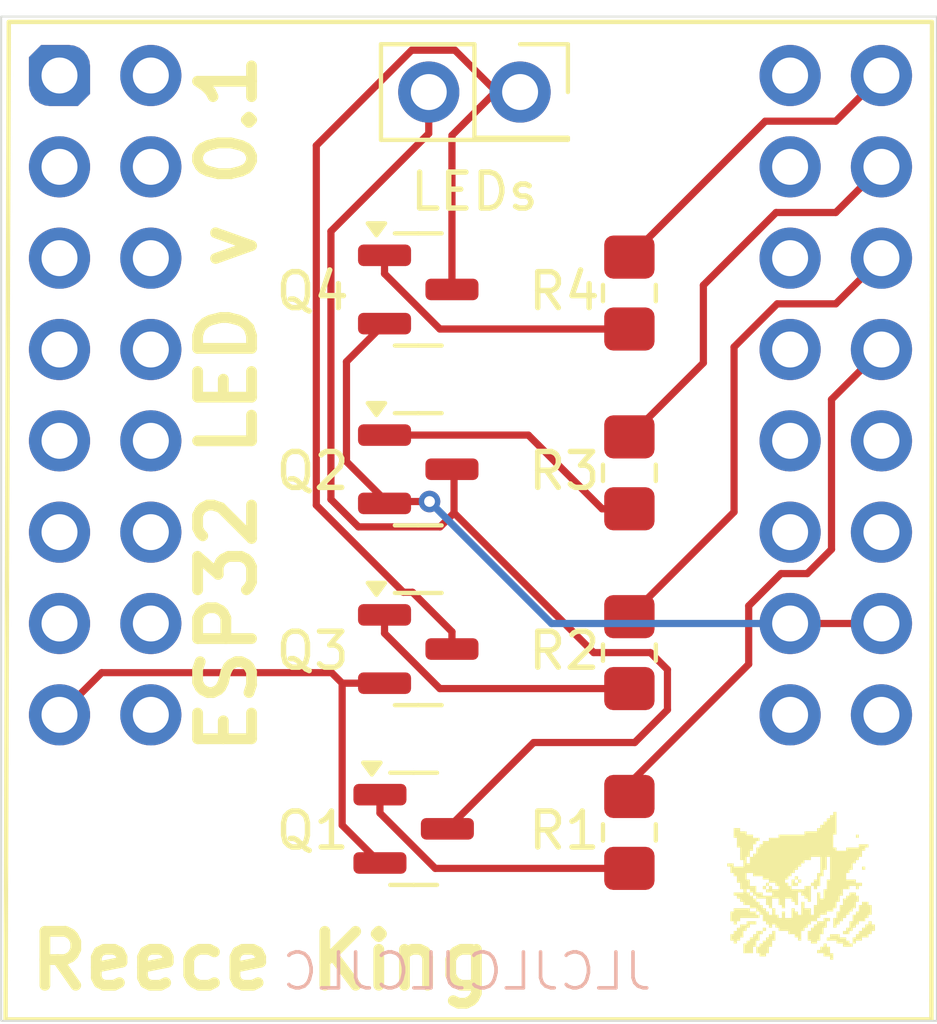
<source format=kicad_pcb>
(kicad_pcb (version 20240108) (generator "pcbnew") (generator_version "8.0")
  (layers (0 "F.Cu" signal) (31 "B.Cu" signal) (34 "B.Paste" user) (35 "F.Paste" user) (36 "B.SilkS" user "B.Silkscreen") (37 "F.SilkS" user "F.Silkscreen") (38 "B.Mask" user) (39 "F.Mask" user) (44 "Edge.Cuts" user))
  (net 0 "")
  (net 1 "Net-(J1-Pin_1)")
  (net 2 "Net-(J1-Pin_2)")
  (net 3 "Net-(Q1-E)")
  (net 4 "Net-(Q1-B)")
  (net 5 "Net-(Q2-B)")
  (net 6 "Net-(Q3-B)")
  (net 7 "Net-(Q4-B)")
  (net 8 "Net-(U1-GPIO33)")
  (net 9 "Net-(U1-GPIO35)")
  (net 10 "Net-(U1-GPIO37)")
  (net 11 "Net-(U1-GPIO39)")
  (net 37 "Net-(Q2-E)")
  (footprint "Resistor_SMD:R_0805_2012Metric_Pad1.20x1.40mm_HandSolder" (layer "F.Cu") (at 107.81 70.55 90)
    (property "Reference" "R4" (at 0.05 -1.81 180) (layer "F.SilkS"))
    (property "Value" "1k" (hide yes))
    (fp_line (start -0.227064 -0.735) (end 0.227064 -0.735) (stroke (width 0.12)) (layer "F.SilkS"))
    (fp_line (start -0.227064 0.735) (end 0.227064 0.735) (stroke (width 0.12)) (layer "F.SilkS"))
    (pad "1" smd roundrect (at -1 0 90) (size 1.2 1.4) (layers "F.Cu" "F.Paste" "F.Mask") (roundrect_rratio 0.208333) (net 7 "Net-(Q4-B)"))
    (pad "2" smd roundrect (at 1 0 90) (size 1.2 1.4) (layers "F.Cu" "F.Paste" "F.Mask") (roundrect_rratio 0.208333) (net 11 "Net-(U1-GPIO39)"))
  )
  (footprint "Resistor_SMD:R_0805_2012Metric_Pad1.20x1.40mm_HandSolder" (layer "F.Cu") (at 107.81 80.55 90)
    (property "Reference" "R2" (at 0.05 -1.81 0) (layer "F.SilkS"))
    (property "Value" "1k" (hide yes))
    (fp_line (start -0.227064 -0.735) (end 0.227064 -0.735) (stroke (width 0.12)) (layer "F.SilkS"))
    (fp_line (start -0.227064 0.735) (end 0.227064 0.735) (stroke (width 0.12)) (layer "F.SilkS"))
    (pad "1" smd roundrect (at -1 0 90) (size 1.2 1.4) (layers "F.Cu" "F.Paste" "F.Mask") (roundrect_rratio 0.208333) (net 6 "Net-(Q3-B)"))
    (pad "2" smd roundrect (at 1 0 90) (size 1.2 1.4) (layers "F.Cu" "F.Paste" "F.Mask") (roundrect_rratio 0.208333) (net 9 "Net-(U1-GPIO35)"))
  )
  (footprint "esp32_led:haunter" (layer "F.Cu") (at 112.5 87)
    (property "Reference" " " (hide yes))
    (property "Value" " " (hide yes))
    (fp_poly (pts (xy 1.69 -1.345) (xy 1.69 -1.3) (xy 1.65 -1.3) (xy 1.61 -1.3) (xy 1.61 -1.345) (xy 1.61 -1.39) (xy 1.65 -1.39) (xy 1.69 -1.39)) (fill solid) (layer "F.SilkS"))
    (fp_poly (pts (xy 1.87 -0.455) (xy 1.87 -0.41) (xy 1.825 -0.41) (xy 1.78 -0.41) (xy 1.78 -0.455) (xy 1.78 -0.5) (xy 1.825 -0.5) (xy 1.87 -0.5)) (fill solid) (layer "F.SilkS"))
    (fp_poly (pts (xy -0.81 -0.005) (xy -0.81 0.04) (xy -0.85 0.04) (xy -0.89 0.04) (xy -0.89 0.085) (xy -0.89 0.13) (xy -0.935 0.13) (xy -0.98 0.13) (xy -0.98 0.085) (xy -0.98 0.04) (xy -0.935 0.04) (xy -0.89 0.04) (xy -0.89 -0.005) (xy -0.89 -0.05) (xy -0.85 -0.05) (xy -0.81 -0.05)) (fill solid) (layer "F.SilkS"))
    (fp_poly (pts (xy 0 -0.185) (xy 0 -0.14) (xy -0.045 -0.14) (xy -0.09 -0.14) (xy -0.09 -0.095) (xy -0.09 -0.05) (xy -0.045 -0.05) (xy 0 -0.05) (xy 0 -0.095) (xy 0 -0.14) (xy 0.045 -0.14) (xy 0.09 -0.14) (xy 0.09 -0.095) (xy 0.09 -0.05) (xy 0.045 -0.05) (xy 0 -0.05) (xy 0 -0.005) (xy 0 0.04) (xy -0.09 0.04) (xy -0.18 0.04) (xy -0.18 -0.05) (xy -0.18 -0.14) (xy -0.135 -0.14) (xy -0.09 -0.14) (xy -0.09 -0.185) (xy -0.09 -0.23) (xy -0.045 -0.23) (xy 0 -0.23)) (fill solid) (layer "F.SilkS"))
    (fp_poly (pts (xy 0.8 1.685) (xy 0.8 1.73) (xy 0.845 1.73) (xy 0.89 1.73) (xy 0.89 1.82) (xy 0.89 1.91) (xy 0.935 1.91) (xy 0.98 1.91) (xy 0.98 2) (xy 0.98 2.09) (xy 0.935 2.09) (xy 0.89 2.09) (xy 0.89 2.045) (xy 0.89 2) (xy 0.8 2) (xy 0.71 2) (xy 0.71 1.955) (xy 0.71 1.91) (xy 0.62 1.91) (xy 0.53 1.91) (xy 0.53 1.865) (xy 0.53 1.82) (xy 0.575 1.82) (xy 0.62 1.82) (xy 0.62 1.775) (xy 0.62 1.73) (xy 0.665 1.73) (xy 0.71 1.73) (xy 0.71 1.685) (xy 0.71 1.64) (xy 0.755 1.64) (xy 0.8 1.64)) (fill solid) (layer "F.SilkS"))
    (fp_poly (pts (xy -1.16 1.065) (xy -1.16 1.11) (xy -1.25 1.11) (xy -1.34 1.11) (xy -1.34 1.155) (xy -1.34 1.2) (xy -1.385 1.2) (xy -1.43 1.2) (xy -1.43 1.245) (xy -1.43 1.29) (xy -1.475 1.29) (xy -1.52 1.29) (xy -1.52 1.38) (xy -1.52 1.47) (xy -1.565 1.47) (xy -1.61 1.47) (xy -1.61 1.515) (xy -1.61 1.56) (xy -1.655 1.56) (xy -1.7 1.56) (xy -1.7 1.6) (xy -1.7 1.64) (xy -1.745 1.64) (xy -1.79 1.64) (xy -1.79 1.6) (xy -1.79 1.56) (xy -1.835 1.56) (xy -1.88 1.56) (xy -1.88 1.47) (xy -1.88 1.38) (xy -1.835 1.38) (xy -1.79 1.38) (xy -1.79 1.335) (xy -1.79 1.29) (xy -1.745 1.29) (xy -1.7 1.29) (xy -1.7 1.245) (xy -1.7 1.2) (xy -1.655 1.2) (xy -1.61 1.2) (xy -1.61 1.155) (xy -1.61 1.11) (xy -1.52 1.11) (xy -1.43 1.11) (xy -1.43 1.065) (xy -1.43 1.02) (xy -1.295 1.02) (xy -1.16 1.02)) (fill solid) (layer "F.SilkS"))
    (fp_poly (pts (xy 1.61 0.265) (xy 1.61 0.31) (xy 1.65 0.31) (xy 1.69 0.31) (xy 1.69 0.395) (xy 1.69 0.48) (xy 1.65 0.48) (xy 1.61 0.48) (xy 1.61 0.57) (xy 1.61 0.66) (xy 1.565 0.66) (xy 1.52 0.66) (xy 1.52 0.705) (xy 1.52 0.75) (xy 1.475 0.75) (xy 1.43 0.75) (xy 1.43 0.795) (xy 1.43 0.84) (xy 1.385 0.84) (xy 1.34 0.84) (xy 1.34 0.885) (xy 1.34 0.93) (xy 1.295 0.93) (xy 1.25 0.93) (xy 1.25 0.975) (xy 1.25 1.02) (xy 1.205 1.02) (xy 1.16 1.02) (xy 1.16 1.065) (xy 1.16 1.11) (xy 1.115 1.11) (xy 1.07 1.11) (xy 1.07 1.155) (xy 1.07 1.2) (xy 1.025 1.2) (xy 0.98 1.2) (xy 0.98 1.065) (xy 0.98 0.93) (xy 1.025 0.93) (xy 1.07 0.93) (xy 1.07 0.84) (xy 1.07 0.75) (xy 1.115 0.75) (xy 1.16 0.75) (xy 1.16 0.66) (xy 1.16 0.57) (xy 1.205 0.57) (xy 1.25 0.57) (xy 1.25 0.48) (xy 1.25 0.39) (xy 1.295 0.39) (xy 1.34 0.39) (xy 1.34 0.35) (xy 1.34 0.31) (xy 1.385 0.31) (xy 1.43 0.31) (xy 1.43 0.265) (xy 1.43 0.22) (xy 1.52 0.22) (xy 1.61 0.22)) (fill solid) (layer "F.SilkS"))
    (fp_poly (pts (xy 1.96 0.525) (xy 1.96 0.57) (xy 2.005 0.57) (xy 2.05 0.57) (xy 2.05 0.705) (xy 2.05 0.84) (xy 2.005 0.84) (xy 1.96 0.84) (xy 1.96 0.885) (xy 1.96 0.93) (xy 1.915 0.93) (xy 1.87 0.93) (xy 1.87 0.975) (xy 1.87 1.02) (xy 1.78 1.02) (xy 1.69 1.02) (xy 1.69 1.065) (xy 1.69 1.11) (xy 1.65 1.11) (xy 1.61 1.11) (xy 1.61 1.155) (xy 1.61 1.2) (xy 1.565 1.2) (xy 1.52 1.2) (xy 1.52 1.245) (xy 1.52 1.29) (xy 1.475 1.29) (xy 1.43 1.29) (xy 1.43 1.335) (xy 1.43 1.38) (xy 1.34 1.38) (xy 1.25 1.38) (xy 1.25 1.335) (xy 1.25 1.29) (xy 1.295 1.29) (xy 1.34 1.29) (xy 1.34 1.245) (xy 1.34 1.2) (xy 1.385 1.2) (xy 1.43 1.2) (xy 1.43 1.11) (xy 1.43 1.02) (xy 1.475 1.02) (xy 1.52 1.02) (xy 1.52 0.93) (xy 1.52 0.84) (xy 1.565 0.84) (xy 1.61 0.84) (xy 1.61 0.795) (xy 1.61 0.75) (xy 1.65 0.75) (xy 1.69 0.75) (xy 1.69 0.66) (xy 1.69 0.57) (xy 1.735 0.57) (xy 1.78 0.57) (xy 1.78 0.525) (xy 1.78 0.48) (xy 1.87 0.48) (xy 1.96 0.48)) (fill solid) (layer "F.SilkS"))
    (fp_poly (pts (xy 2.05 1.065) (xy 2.05 1.11) (xy 2.095 1.11) (xy 2.14 1.11) (xy 2.14 1.2) (xy 2.14 1.29) (xy 2.095 1.29) (xy 2.05 1.29) (xy 2.05 1.335) (xy 2.05 1.38) (xy 2.005 1.38) (xy 1.96 1.38) (xy 1.96 1.425) (xy 1.96 1.47) (xy 1.87 1.47) (xy 1.78 1.47) (xy 1.78 1.515) (xy 1.78 1.56) (xy 1.695 1.56) (xy 1.61 1.56) (xy 1.61 1.6) (xy 1.61 1.64) (xy 1.565 1.64) (xy 1.52 1.64) (xy 1.52 1.685) (xy 1.52 1.73) (xy 1.385 1.73) (xy 1.25 1.73) (xy 1.25 1.685) (xy 1.25 1.64) (xy 1.16 1.64) (xy 1.07 1.64) (xy 1.07 1.6) (xy 1.07 1.56) (xy 0.935 1.56) (xy 0.8 1.56) (xy 0.8 1.515) (xy 0.8 1.47) (xy 0.845 1.47) (xy 0.89 1.47) (xy 0.89 1.425) (xy 0.89 1.38) (xy 1.025 1.38) (xy 1.16 1.38) (xy 1.16 1.425) (xy 1.16 1.47) (xy 1.25 1.47) (xy 1.34 1.47) (xy 1.34 1.515) (xy 1.34 1.56) (xy 1.385 1.56) (xy 1.43 1.56) (xy 1.43 1.6) (xy 1.43 1.64) (xy 1.475 1.64) (xy 1.52 1.64) (xy 1.52 1.555) (xy 1.52 1.47) (xy 1.565 1.47) (xy 1.61 1.47) (xy 1.61 1.425) (xy 1.61 1.38) (xy 1.65 1.38) (xy 1.69 1.38) (xy 1.69 1.335) (xy 1.69 1.29) (xy 1.735 1.29) (xy 1.78 1.29) (xy 1.78 1.245) (xy 1.78 1.2) (xy 1.825 1.2) (xy 1.87 1.2) (xy 1.87 1.155) (xy 1.87 1.11) (xy 1.915 1.11) (xy 1.96 1.11) (xy 1.96 1.065) (xy 1.96 1.02) (xy 2.005 1.02) (xy 2.05 1.02)) (fill solid) (layer "F.SilkS"))
    (fp_poly (pts (xy -0.89 1.245) (xy -0.89 1.29) (xy -0.935 1.29) (xy -0.98 1.29) (xy -0.98 1.335) (xy -0.98 1.38) (xy -1.025 1.38) (xy -1.07 1.38) (xy -1.07 1.47) (xy -1.07 1.56) (xy -1.115 1.56) (xy -1.16 1.56) (xy -1.16 1.645) (xy -1.16 1.73) (xy -1.115 1.73) (xy -1.07 1.73) (xy -1.07 1.685) (xy -1.07 1.64) (xy -1.025 1.64) (xy -0.98 1.64) (xy -0.98 1.6) (xy -0.98 1.56) (xy -0.935 1.56) (xy -0.89 1.56) (xy -0.89 1.515) (xy -0.89 1.47) (xy -0.85 1.47) (xy -0.81 1.47) (xy -0.81 1.425) (xy -0.81 1.38) (xy -0.765 1.38) (xy -0.72 1.38) (xy -0.72 1.335) (xy -0.72 1.29) (xy -0.675 1.29) (xy -0.63 1.29) (xy -0.63 1.425) (xy -0.63 1.56) (xy -0.675 1.56) (xy -0.72 1.56) (xy -0.72 1.645) (xy -0.72 1.73) (xy -0.765 1.73) (xy -0.81 1.73) (xy -0.81 1.82) (xy -0.81 1.91) (xy -0.85 1.91) (xy -0.89 1.91) (xy -0.89 1.955) (xy -0.89 2) (xy -0.98 2) (xy -1.07 2) (xy -1.07 1.955) (xy -1.07 1.91) (xy -1.115 1.91) (xy -1.16 1.91) (xy -1.16 1.82) (xy -1.16 1.73) (xy -1.205 1.73) (xy -1.25 1.73) (xy -1.25 1.82) (xy -1.25 1.91) (xy -1.385 1.91) (xy -1.52 1.91) (xy -1.52 1.775) (xy -1.52 1.64) (xy -1.475 1.64) (xy -1.43 1.64) (xy -1.43 1.6) (xy -1.43 1.56) (xy -1.385 1.56) (xy -1.34 1.56) (xy -1.34 1.515) (xy -1.34 1.47) (xy -1.295 1.47) (xy -1.25 1.47) (xy -1.25 1.425) (xy -1.25 1.38) (xy -1.205 1.38) (xy -1.16 1.38) (xy -1.16 1.335) (xy -1.16 1.29) (xy -1.07 1.29) (xy -0.98 1.29) (xy -0.98 1.245) (xy -0.98 1.2) (xy -0.935 1.2) (xy -0.89 1.2)) (fill solid) (layer "F.SilkS"))
    (fp_poly (pts (xy 1.07 -1.705) (xy 1.07 -1.39) (xy 1.025 -1.39) (xy 0.98 -1.39) (xy 0.98 -1.21) (xy 0.98 -1.03) (xy 1.025 -1.03) (xy 1.07 -1.03) (xy 1.07 -0.985) (xy 1.07 -0.94) (xy 1.205 -0.94) (xy 1.34 -0.94) (xy 1.34 -0.985) (xy 1.34 -1.03) (xy 1.515 -1.03) (xy 1.69 -1.03) (xy 1.69 -1.075) (xy 1.69 -1.12) (xy 1.825 -1.12) (xy 1.96 -1.12) (xy 1.96 -1.075) (xy 1.96 -1.03) (xy 1.915 -1.03) (xy 1.87 -1.03) (xy 1.87 -0.985) (xy 1.87 -0.94) (xy 1.825 -0.94) (xy 1.78 -0.94) (xy 1.78 -0.855) (xy 1.78 -0.77) (xy 1.735 -0.77) (xy 1.69 -0.77) (xy 1.69 -0.725) (xy 1.69 -0.68) (xy 1.65 -0.68) (xy 1.61 -0.68) (xy 1.61 -0.635) (xy 1.61 -0.59) (xy 1.565 -0.59) (xy 1.52 -0.59) (xy 1.52 -0.5) (xy 1.52 -0.41) (xy 1.475 -0.41) (xy 1.43 -0.41) (xy 1.43 -0.365) (xy 1.43 -0.32) (xy 1.385 -0.32) (xy 1.34 -0.32) (xy 1.34 -0.23) (xy 1.34 -0.14) (xy 1.475 -0.14) (xy 1.61 -0.14) (xy 1.61 -0.095) (xy 1.61 -0.05) (xy 1.695 -0.05) (xy 1.78 -0.05) (xy 1.78 -0.005) (xy 1.78 0.04) (xy 1.735 0.04) (xy 1.69 0.04) (xy 1.69 0.085) (xy 1.69 0.13) (xy 1.65 0.13) (xy 1.61 0.13) (xy 1.61 0.085) (xy 1.61 0.04) (xy 1.52 0.04) (xy 1.43 0.04) (xy 1.43 0.085) (xy 1.43 0.13) (xy 1.34 0.13) (xy 1.25 0.13) (xy 1.25 0.22) (xy 1.25 0.31) (xy 1.205 0.31) (xy 1.16 0.31) (xy 1.16 0.395) (xy 1.16 0.48) (xy 1.115 0.48) (xy 1.07 0.48) (xy 1.07 0.57) (xy 1.07 0.66) (xy 1.025 0.66) (xy 0.98 0.66) (xy 0.98 0.705) (xy 0.98 0.75) (xy 0.89 0.75) (xy 0.8 0.75) (xy 0.8 0.795) (xy 0.8 0.84) (xy 0.71 0.84) (xy 0.62 0.84) (xy 0.62 0.885) (xy 0.62 0.93) (xy 0.575 0.93) (xy 0.53 0.93) (xy 0.53 0.975) (xy 0.53 1.02) (xy 0.62 1.02) (xy 0.71 1.02) (xy 0.71 0.975) (xy 0.71 0.93) (xy 0.8 0.93) (xy 0.89 0.93) (xy 0.89 0.975) (xy 0.89 1.02) (xy 0.845 1.02) (xy 0.8 1.02) (xy 0.8 1.11) (xy 0.8 1.2) (xy 0.755 1.2) (xy 0.71 1.2) (xy 0.71 1.29) (xy 0.71 1.38) (xy 0.665 1.38) (xy 0.62 1.38) (xy 0.62 1.47) (xy 0.62 1.56) (xy 0.575 1.56) (xy 0.53 1.56) (xy 0.53 1.6) (xy 0.53 1.64) (xy 0.445 1.64) (xy 0.36 1.64) (xy 0.36 1.6) (xy 0.36 1.56) (xy 0.315 1.56) (xy 0.27 1.56) (xy 0.27 1.425) (xy 0.27 1.29) (xy 0.315 1.29) (xy 0.36 1.29) (xy 0.36 1.245) (xy 0.36 1.2) (xy 0.4 1.2) (xy 0.44 1.2) (xy 0.44 1.155) (xy 0.44 1.11) (xy 0.485 1.11) (xy 0.53 1.11) (xy 0.53 1.065) (xy 0.53 1.02) (xy 0.445 1.02) (xy 0.36 1.02) (xy 0.36 1.065) (xy 0.36 1.11) (xy 0.315 1.11) (xy 0.27 1.11) (xy 0.27 1.155) (xy 0.27 1.2) (xy 0.225 1.2) (xy 0.18 1.2) (xy 0.18 1.245) (xy 0.18 1.29) (xy 0.135 1.29) (xy 0.09 1.29) (xy 0.09 1.425) (xy 0.09 1.56) (xy 0.045 1.56) (xy 0 1.56) (xy 0 1.515) (xy 0 1.47) (xy -0.045 1.47) (xy -0.09 1.47) (xy -0.09 1.425) (xy -0.09 1.38) (xy -0.18 1.38) (xy -0.27 1.38) (xy -0.27 1.335) (xy -0.27 1.29) (xy -0.405 1.29) (xy -0.54 1.29) (xy -0.54 1.245) (xy -0.54 1.2) (xy -0.585 1.2) (xy -0.63 1.2) (xy -0.63 1.155) (xy -0.63 1.11) (xy -0.675 1.11) (xy -0.72 1.11) (xy -0.72 1.155) (xy -0.72 1.2) (xy -0.765 1.2) (xy -0.81 1.2) (xy -0.81 1.155) (xy -0.81 1.11) (xy -0.85 1.11) (xy -0.89 1.11) (xy -0.89 1.065) (xy -0.89 1.02) (xy -0.935 1.02) (xy -0.98 1.02) (xy -0.98 0.93) (xy -0.98 0.84) (xy -1.025 0.84) (xy -1.07 0.84) (xy -1.07 0.885) (xy -1.07 0.93) (xy -1.34 0.93) (xy -1.61 0.93) (xy -1.61 0.975) (xy -1.61 1.02) (xy -1.655 1.02) (xy -1.7 1.02) (xy -1.7 1.065) (xy -1.7 1.11) (xy -1.745 1.11) (xy -1.79 1.11) (xy -1.79 1.065) (xy -1.79 1.02) (xy -1.835 1.02) (xy -1.88 1.02) (xy -1.88 0.885) (xy -1.88 0.795) (xy -1.16 0.795) (xy -1.16 0.84) (xy -1.115 0.84) (xy -1.07 0.84) (xy -1.07 0.795) (xy -1.07 0.75) (xy -1.115 0.75) (xy -1.16 0.75) (xy -1.16 0.795) (xy -1.88 0.795) (xy -1.88 0.75) (xy -1.835 0.75) (xy -1.79 0.75) (xy -1.79 0.705) (xy -1.34 0.705) (xy -1.34 0.75) (xy -1.25 0.75) (xy -1.16 0.75) (xy -1.16 0.705) (xy -1.16 0.66) (xy -1.25 0.66) (xy -1.34 0.66) (xy -1.34 0.705) (xy -1.79 0.705) (xy -1.79 0.66) (xy -1.565 0.66) (xy -1.34 0.66) (xy -1.34 0.615) (xy -1.34 0.57) (xy -1.43 0.57) (xy -1.52 0.57) (xy -1.52 0.525) (xy -1.52 0.48) (xy -1.565 0.48) (xy -1.61 0.48) (xy -1.61 0.435) (xy -1.61 0.39) (xy -1.655 0.39) (xy -1.7 0.39) (xy -1.7 0.35) (xy -1.25 0.35) (xy -1.25 0.39) (xy -1.205 0.39) (xy -1.16 0.39) (xy -1.16 0.435) (xy -1.16 0.48) (xy -1.115 0.48) (xy -1.07 0.48) (xy -1.07 0.525) (xy -1.07 0.57) (xy -1.025 0.57) (xy -0.98 0.57) (xy -0.98 0.615) (xy -0.98 0.66) (xy -0.935 0.66) (xy -0.89 0.66) (xy -0.89 0.705) (xy -0.89 0.75) (xy -0.85 0.75) (xy -0.81 0.75) (xy -0.81 0.795) (xy -0.81 0.84) (xy -0.765 0.84) (xy -0.72 0.84) (xy -0.72 0.75) (xy -0.72 0.66) (xy -0.675 0.66) (xy -0.63 0.66) (xy -0.63 0.75) (xy -0.63 0.84) (xy -0.585 0.84) (xy -0.54 0.84) (xy -0.54 0.885) (xy -0.54 0.93) (xy -0.495 0.93) (xy -0.45 0.93) (xy -0.45 0.84) (xy -0.45 0.75) (xy -0.405 0.75) (xy -0.36 0.75) (xy -0.36 0.84) (xy -0.36 0.93) (xy -0.27 0.93) (xy -0.18 0.93) (xy -0.18 0.795) (xy -0.18 0.66) (xy -0.135 0.66) (xy -0.09 0.66) (xy -0.09 0.705) (xy -0.09 0.75) (xy -0.045 0.75) (xy 0 0.75) (xy 0 0.795) (xy 0 0.84) (xy 0.045 0.84) (xy 0.09 0.84) (xy 0.09 0.66) (xy 0.09 0.48) (xy 0.135 0.48) (xy 0.18 0.48) (xy 0.18 0.57) (xy 0.18 0.66) (xy 0.27 0.66) (xy 0.36 0.66) (xy 0.36 0.75) (xy 0.36 0.84) (xy 0.4 0.84) (xy 0.44 0.84) (xy 0.44 0.705) (xy 0.44 0.57) (xy 0.485 0.57) (xy 0.53 0.57) (xy 0.53 0.395) (xy 0.53 0.22) (xy 0.575 0.22) (xy 0.62 0.22) (xy 0.62 0.305) (xy 0.62 0.39) (xy 0.665 0.39) (xy 0.71 0.39) (xy 0.71 0.26) (xy 0.71 0.13) (xy 0.755 0.13) (xy 0.8 0.13) (xy 0.8 -0.005) (xy 0.8 -0.14) (xy 0.845 -0.14) (xy 0.89 -0.14) (xy 0.89 -0.455) (xy 0.89 -0.77) (xy 0.845 -0.77) (xy 0.8 -0.77) (xy 0.8 -0.59) (xy 0.8 -0.41) (xy 0.755 -0.41) (xy 0.71 -0.41) (xy 0.71 -0.32) (xy 0.71 -0.23) (xy 0.665 -0.23) (xy 0.62 -0.23) (xy 0.62 -0.095) (xy 0.62 0.04) (xy 0.575 0.04) (xy 0.53 0.04) (xy 0.53 0.085) (xy 0.53 0.13) (xy 0.485 0.13) (xy 0.44 0.13) (xy 0.44 0.085) (xy 0.44 0.04) (xy 0.4 0.04) (xy 0.36 0.04) (xy 0.36 0.26) (xy 0.36 0.48) (xy 0.315 0.48) (xy 0.27 0.48) (xy 0.27 0.435) (xy 0.27 0.39) (xy 0.225 0.39) (xy 0.18 0.39) (xy 0.18 0.35) (xy 0.18 0.31) (xy 0.135 0.31) (xy 0.09 0.31) (xy 0.09 0.265) (xy 0.09 0.22) (xy 0.045 0.22) (xy 0 0.22) (xy 0 0.395) (xy 0 0.57) (xy -0.045 0.57) (xy -0.09 0.57) (xy -0.09 0.525) (xy -0.09 0.48) (xy -0.135 0.48) (xy -0.18 0.48) (xy -0.18 0.435) (xy -0.18 0.39) (xy -0.27 0.39) (xy -0.36 0.39) (xy -0.36 0.525) (xy -0.36 0.66) (xy -0.405 0.66) (xy -0.45 0.66) (xy -0.45 0.615) (xy -0.45 0.57) (xy -0.495 0.57) (xy -0.54 0.57) (xy -0.54 0.48) (xy -0.54 0.39) (xy -0.63 0.39) (xy -0.72 0.39) (xy -0.72 0.525) (xy -0.72 0.66) (xy -0.765 0.66) (xy -0.81 0.66) (xy -0.81 0.615) (xy -0.81 0.57) (xy -0.85 0.57) (xy -0.89 0.57) (xy -0.89 0.48) (xy -0.89 0.39) (xy -1.025 0.39) (xy -1.16 0.39) (xy -1.16 0.35) (xy -1.16 0.31) (xy -1.205 0.31) (xy -1.25 0.31) (xy -1.25 0.35) (xy -1.7 0.35) (xy -1.7 0.31) (xy -1.745 0.31) (xy -1.79 0.31) (xy -1.79 0.265) (xy -1.34 0.265) (xy -1.34 0.31) (xy -1.295 0.31) (xy -1.25 0.31) (xy -1.25 0.265) (xy -1.25 0.22) (xy -1.295 0.22) (xy -1.34 0.22) (xy -1.34 0.265) (xy -1.79 0.265) (xy -1.79 0.22) (xy -1.655 0.22) (xy -1.52 0.22) (xy -1.52 0.175) (xy -1.43 0.175) (xy -1.43 0.22) (xy -1.385 0.22) (xy -1.34 0.22) (xy -1.34 0.175) (xy -1.34 0.13) (xy -1.385 0.13) (xy -1.43 0.13) (xy -1.43 0.175) (xy -1.52 0.175) (xy -1.52 0.13) (xy -1.565 0.13) (xy -1.61 0.13) (xy -1.61 0.04) (xy -1.61 -0.05) (xy -1.655 -0.05) (xy -1.7 -0.05) (xy -1.7 -0.14) (xy -1.7 -0.23) (xy -1.43 -0.23) (xy -1.43 -0.14) (xy -1.385 -0.14) (xy -1.34 -0.14) (xy -1.34 -0.05) (xy -1.34 0.04) (xy -1.25 0.04) (xy -1.16 0.04) (xy -1.16 0.13) (xy -1.16 0.22) (xy -1.07 0.22) (xy -0.98 0.22) (xy -0.98 0.265) (xy -0.98 0.31) (xy -0.85 0.31) (xy -0.72 0.31) (xy -0.72 0.265) (xy -0.72 0.22) (xy -0.805 0.22) (xy -0.89 0.22) (xy -0.89 0.175) (xy -0.89 0.13) (xy -0.85 0.13) (xy -0.81 0.13) (xy -0.81 0.085) (xy -0.81 0.04) (xy -0.765 0.04) (xy -0.72 0.04) (xy -0.72 0.085) (xy -0.72 0.13) (xy -0.63 0.13) (xy -0.54 0.13) (xy -0.54 0.085) (xy -0.54 0.04) (xy -0.585 0.04) (xy -0.63 0.04) (xy -0.63 -0.005) (xy -0.63 -0.05) (xy -0.72 -0.05) (xy -0.81 -0.05) (xy -0.81 -0.095) (xy -0.81 -0.14) (xy -0.36 -0.14) (xy -0.36 -0.095) (xy -0.36 -0.05) (xy -0.315 -0.05) (xy -0.27 -0.05) (xy -0.27 -0.005) (xy -0.27 0.04) (xy -0.225 0.04) (xy -0.18 0.04) (xy -0.18 0.085) (xy -0.18 0.13) (xy 0 0.13) (xy 0.18 0.13) (xy 0.18 0.085) (xy 0.18 0.04) (xy 0.27 0.04) (xy 0.36 0.04) (xy 0.36 -0.005) (xy 0.36 -0.05) (xy 0.4 -0.05) (xy 0.44 -0.05) (xy 0.44 -0.095) (xy 0.44 -0.14) (xy 0.485 -0.14) (xy 0.53 -0.14) (xy 0.53 -0.23) (xy 0.53 -0.32) (xy 0.575 -0.32) (xy 0.62 -0.32) (xy 0.62 -0.545) (xy 0.62 -0.77) (xy 0.49 -0.77) (xy 0.36 -0.77) (xy 0.36 -0.725) (xy 0.36 -0.68) (xy 0.27 -0.68) (xy 0.18 -0.68) (xy 0.18 -0.635) (xy 0.18 -0.59) (xy 0.135 -0.59) (xy 0.09 -0.59) (xy 0.09 -0.545) (xy 0.09 -0.5) (xy 0.045 -0.5) (xy 0 -0.5) (xy 0 -0.455) (xy 0 -0.41) (xy -0.045 -0.41) (xy -0.09 -0.41) (xy -0.09 -0.365) (xy -0.09 -0.32) (xy -0.135 -0.32) (xy -0.18 -0.32) (xy -0.18 -0.275) (xy -0.18 -0.23) (xy -0.225 -0.23) (xy -0.27 -0.23) (xy -0.27 -0.185) (xy -0.27 -0.14) (xy -0.315 -0.14) (xy -0.36 -0.14) (xy -0.81 -0.14) (xy -0.895 -0.14) (xy -0.98 -0.14) (xy -0.98 -0.185) (xy -0.98 -0.23) (xy -1.115 -0.23) (xy -1.25 -0.23) (xy -1.25 -0.275) (xy -1.25 -0.32) (xy -1.34 -0.32) (xy -1.43 -0.32) (xy -1.43 -0.23) (xy -1.7 -0.23) (xy -1.745 -0.23) (xy -1.79 -0.23) (xy -1.79 -0.275) (xy -1.79 -0.32) (xy -1.835 -0.32) (xy -1.88 -0.32) (xy -1.88 -0.41) (xy -1.88 -0.5) (xy -1.925 -0.5) (xy -1.97 -0.5) (xy -1.97 -0.545) (xy -1.97 -0.59) (xy -1.88 -0.59) (xy -1.79 -0.59) (xy -1.79 -0.545) (xy -1.79 -0.5) (xy -1.655 -0.5) (xy -1.52 -0.5) (xy -1.52 -0.59) (xy -1.52 -0.68) (xy -1.43 -0.68) (xy -1.43 -0.59) (xy -1.385 -0.59) (xy -1.34 -0.59) (xy -1.34 -0.68) (xy -1.34 -0.77) (xy -1.385 -0.77) (xy -1.43 -0.77) (xy -1.43 -0.68) (xy -1.52 -0.68) (xy -1.565 -0.68) (xy -1.61 -0.68) (xy -1.61 -0.855) (xy -1.61 -1.03) (xy -1.655 -1.03) (xy -1.7 -1.03) (xy -1.7 -1.165) (xy -1.7 -1.3) (xy -1.745 -1.3) (xy -1.79 -1.3) (xy -1.79 -1.435) (xy -1.79 -1.57) (xy -1.7 -1.57) (xy -1.61 -1.57) (xy -1.61 -1.525) (xy -1.61 -1.48) (xy -1.52 -1.48) (xy -1.43 -1.48) (xy -1.43 -1.435) (xy -1.43 -1.39) (xy -1.34 -1.39) (xy -1.25 -1.39) (xy -1.25 -1.345) (xy -1.25 -1.3) (xy -1.16 -1.3) (xy -1.07 -1.3) (xy -1.07 -1.255) (xy -1.07 -1.21) (xy -1.115 -1.21) (xy -1.16 -1.21) (xy -1.16 -1.165) (xy -1.16 -1.12) (xy -1.205 -1.12) (xy -1.25 -1.12) (xy -1.25 -1.03) (xy -1.25 -0.94) (xy -1.295 -0.94) (xy -1.34 -0.94) (xy -1.34 -0.855) (xy -1.34 -0.77) (xy -1.295 -0.77) (xy -1.25 -0.77) (xy -1.25 -0.815) (xy -1.25 -0.86) (xy -1.205 -0.86) (xy -1.16 -0.86) (xy -1.16 -0.945) (xy -1.16 -1.03) (xy -1.115 -1.03) (xy -1.07 -1.03) (xy -1.07 -1.075) (xy -1.07 -1.12) (xy -1.025 -1.12) (xy -0.98 -1.12) (xy -0.98 -1.165) (xy -0.98 -1.21) (xy -0.895 -1.21) (xy -0.81 -1.21) (xy -0.81 -1.255) (xy -0.81 -1.3) (xy -0.675 -1.3) (xy -0.54 -1.3) (xy -0.54 -1.345) (xy -0.54 -1.39) (xy -0.18 -1.39) (xy 0.18 -1.39) (xy 0.18 -1.435) (xy 0.18 -1.48) (xy 0.355 -1.48) (xy 0.53 -1.48) (xy 0.53 -1.525) (xy 0.53 -1.57) (xy 0.575 -1.57) (xy 0.62 -1.57) (xy 0.62 -1.615) (xy 0.62 -1.66) (xy 0.665 -1.66) (xy 0.71 -1.66) (xy 0.71 -1.705) (xy 0.71 -1.75) (xy 0.755 -1.75) (xy 0.8 -1.75) (xy 0.8 -1.795) (xy 0.8 -1.84) (xy 0.845 -1.84) (xy 0.89 -1.84) (xy 0.89 -1.885) (xy 0.89 -1.93) (xy 0.935 -1.93) (xy 0.98 -1.93) (xy 0.98 -1.975) (xy 0.98 -2.02) (xy 1.025 -2.02) (xy 1.07 -2.02)) (fill solid) (layer "F.SilkS"))
  )
  (footprint "Resistor_SMD:R_0805_2012Metric_Pad1.20x1.40mm_HandSolder" (layer "F.Cu") (at 107.81 75.55 90)
    (property "Reference" "R3" (at 0.05 -1.81 180) (layer "F.SilkS"))
    (property "Value" "1k" (hide yes))
    (fp_line (start -0.227064 -0.735) (end 0.227064 -0.735) (stroke (width 0.12)) (layer "F.SilkS"))
    (fp_line (start -0.227064 0.735) (end 0.227064 0.735) (stroke (width 0.12)) (layer "F.SilkS"))
    (pad "1" smd roundrect (at -1 0 90) (size 1.2 1.4) (layers "F.Cu" "F.Paste" "F.Mask") (roundrect_rratio 0.208333) (net 5 "Net-(Q2-B)"))
    (pad "2" smd roundrect (at 1 0 90) (size 1.2 1.4) (layers "F.Cu" "F.Paste" "F.Mask") (roundrect_rratio 0.208333) (net 10 "Net-(U1-GPIO37)"))
  )
  (footprint "Package_TO_SOT_SMD:SOT-23" (layer "F.Cu") (at 101.81 85.45)
    (property "Reference" "Q1" (at -2.81 0.05 0) (layer "F.SilkS"))
    (property "Value" "MMBT2907A" (hide yes))
    (fp_line (start 0 -1.56) (end -0.65 -1.56) (stroke (width 0.12)) (layer "F.SilkS"))
    (fp_line (start 0 -1.56) (end 0.65 -1.56) (stroke (width 0.12)) (layer "F.SilkS"))
    (fp_line (start 0 1.56) (end -0.65 1.56) (stroke (width 0.12)) (layer "F.SilkS"))
    (fp_line (start 0 1.56) (end 0.65 1.56) (stroke (width 0.12)) (layer "F.SilkS"))
    (fp_poly (pts (xy -1.1625 -1.51) (xy -1.4025 -1.84) (xy -0.9225 -1.84) (xy -1.1625 -1.51)) (stroke (width 0.12)) (fill solid) (layer "F.SilkS"))
    (pad "1" smd roundrect (at -0.9375 -0.95) (size 1.475 0.6) (layers "F.Cu" "F.Paste" "F.Mask") (net 4 "Net-(Q1-B)"))
    (pad "2" smd roundrect (at -0.9375 0.95) (size 1.475 0.6) (layers "F.Cu" "F.Paste" "F.Mask") (net 3 "Net-(Q1-E)"))
    (pad "3" smd roundrect (at 0.9375 0) (size 1.475 0.6) (layers "F.Cu" "F.Paste" "F.Mask") (net 2 "Net-(J1-Pin_2)"))
  )
  (footprint "Connector_PinSocket_2.54mm:PinSocket_2x01_P2.54mm_Vertical" (layer "F.Cu") (at 104.77 64.96)
    (property "Reference" "J1" (hide yes))
    (property "Value" "LEDs" (at -1.27 2.77 0) (layer "F.SilkS"))
    (fp_line (start -3.87 -1.33) (end -3.87 1.33) (stroke (width 0.12)) (layer "F.SilkS"))
    (fp_line (start -3.87 -1.33) (end -1.27 -1.33) (stroke (width 0.12)) (layer "F.SilkS"))
    (fp_line (start -3.87 1.33) (end 1.33 1.33) (stroke (width 0.12)) (layer "F.SilkS"))
    (fp_line (start -1.27 -1.33) (end -1.27 1.27) (stroke (width 0.12)) (layer "F.SilkS"))
    (fp_line (start -1.27 1.27) (end 1.33 1.27) (stroke (width 0.12)) (layer "F.SilkS"))
    (fp_line (start 0 -1.33) (end 1.33 -1.33) (stroke (width 0.12)) (layer "F.SilkS"))
    (fp_line (start 1.33 -1.33) (end 1.33 0) (stroke (width 0.12)) (layer "F.SilkS"))
    (fp_line (start 1.33 1.27) (end 1.33 1.33) (stroke (width 0.12)) (layer "F.SilkS"))
    (pad "1" thru_hole oval (at 0 0) (size 1.7 1.7) (drill 1) (layers "*.Cu" "*.Mask") (net 1 "Net-(J1-Pin_1)"))
    (pad "2" thru_hole oval (at -2.54 0) (size 1.7 1.7) (drill 1) (layers "*.Cu" "*.Mask") (net 2 "Net-(J1-Pin_2)"))
  )
  (footprint "esp32_led:esp32_led" (layer "F.Cu") (at 91.96 64.5)
    (property "Reference" "U1" (hide yes))
    (property "Value" "WeMos_S2_mini" (hide yes))
    (fp_line (start -1.5 26.25) (end -1.41 -1.49) (stroke (width 0.12)) (layer "F.SilkS"))
    (fp_line (start -1.5 26.25) (end 24.25 26.25) (stroke (width 0.12)) (layer "F.SilkS"))
    (fp_line (start -1.41 -1.49) (end 24.265 -1.49) (stroke (width 0.12)) (layer "F.SilkS"))
    (fp_line (start 24.25 26.25) (end 24.265 -1.49) (stroke (width 0.12)) (layer "F.SilkS"))
    (pad "1" thru_hole roundrect (at 0 0) (size 1.7 1.7) (drill 1) (layers "*.Cu" "*.Mask") (roundrect_rratio 0.35) (chamfer_ratio 0.2) (chamfer top_left bottom_right))
    (pad "2" thru_hole circle (at 0 2.54) (size 1.7 1.7) (drill 1) (layers "*.Cu" "*.Mask"))
    (pad "3" thru_hole circle (at 0 5.08) (size 1.7 1.7) (drill 1) (layers "*.Cu" "*.Mask"))
    (pad "4" thru_hole circle (at 0 7.62) (size 1.7 1.7) (drill 1) (layers "*.Cu" "*.Mask"))
    (pad "5" thru_hole circle (at 0 10.16) (size 1.7 1.7) (drill 1) (layers "*.Cu" "*.Mask"))
    (pad "6" thru_hole circle (at 0 12.7) (size 1.7 1.7) (drill 1) (layers "*.Cu" "*.Mask"))
    (pad "7" thru_hole circle (at 0 15.24) (size 1.7 1.7) (drill 1) (layers "*.Cu" "*.Mask"))
    (pad "8" thru_hole circle (at 0 17.78) (size 1.7 1.7) (drill 1) (layers "*.Cu" "*.Mask") (net 3 "Net-(Q1-E)"))
    (pad "9" thru_hole circle (at 22.86 17.78) (size 1.7 1.7) (drill 1) (layers "*.Cu" "*.Mask"))
    (pad "10" thru_hole circle (at 22.86 15.24) (size 1.7 1.7) (drill 1) (layers "*.Cu" "*.Mask") (net 37 "Net-(Q2-E)"))
    (pad "11" thru_hole circle (at 22.86 12.7) (size 1.7 1.7) (drill 1) (layers "*.Cu" "*.Mask"))
    (pad "12" thru_hole circle (at 22.86 10.16) (size 1.7 1.7) (drill 1) (layers "*.Cu" "*.Mask"))
    (pad "13" thru_hole circle (at 22.86 7.62) (size 1.7 1.7) (drill 1) (layers "*.Cu" "*.Mask") (net 8 "Net-(U1-GPIO33)"))
    (pad "14" thru_hole circle (at 22.86 5.08) (size 1.7 1.7) (drill 1) (layers "*.Cu" "*.Mask") (net 9 "Net-(U1-GPIO35)"))
    (pad "15" thru_hole circle (at 22.86 2.54) (size 1.7 1.7) (drill 1) (layers "*.Cu" "*.Mask") (net 10 "Net-(U1-GPIO37)"))
    (pad "16" thru_hole circle (at 22.86 0) (size 1.7 1.7) (drill 1) (layers "*.Cu" "*.Mask") (net 11 "Net-(U1-GPIO39)"))
    (pad "17" thru_hole circle (at 2.54 0) (size 1.7 1.7) (drill 1) (layers "*.Cu" "*.Mask"))
    (pad "18" thru_hole circle (at 2.54 2.54) (size 1.7 1.7) (drill 1) (layers "*.Cu" "*.Mask"))
    (pad "19" thru_hole circle (at 2.54 5.08) (size 1.7 1.7) (drill 1) (layers "*.Cu" "*.Mask"))
    (pad "20" thru_hole circle (at 2.54 7.62) (size 1.7 1.7) (drill 1) (layers "*.Cu" "*.Mask"))
    (pad "21" thru_hole circle (at 2.54 10.16) (size 1.7 1.7) (drill 1) (layers "*.Cu" "*.Mask"))
    (pad "22" thru_hole circle (at 2.54 12.7) (size 1.7 1.7) (drill 1) (layers "*.Cu" "*.Mask"))
    (pad "23" thru_hole circle (at 2.54 15.24) (size 1.7 1.7) (drill 1) (layers "*.Cu" "*.Mask"))
    (pad "24" thru_hole circle (at 2.54 17.78) (size 1.7 1.7) (drill 1) (layers "*.Cu" "*.Mask"))
    (pad "25" thru_hole circle (at 20.32 17.78) (size 1.7 1.7) (drill 1) (layers "*.Cu" "*.Mask"))
    (pad "26" thru_hole circle (at 20.32 15.24) (size 1.7 1.7) (drill 1) (layers "*.Cu" "*.Mask") (net 37 "Net-(Q2-E)"))
    (pad "27" thru_hole circle (at 20.32 12.7) (size 1.7 1.7) (drill 1) (layers "*.Cu" "*.Mask"))
    (pad "28" thru_hole circle (at 20.32 10.16) (size 1.7 1.7) (drill 1) (layers "*.Cu" "*.Mask"))
    (pad "29" thru_hole circle (at 20.32 7.62) (size 1.7 1.7) (drill 1) (layers "*.Cu" "*.Mask"))
    (pad "30" thru_hole circle (at 20.32 5.08) (size 1.7 1.7) (drill 1) (layers "*.Cu" "*.Mask"))
    (pad "31" thru_hole circle (at 20.32 2.54) (size 1.7 1.7) (drill 1) (layers "*.Cu" "*.Mask"))
    (pad "32" thru_hole circle (at 20.32 0) (size 1.7 1.7) (drill 1) (layers "*.Cu" "*.Mask"))
  )
  (footprint "Package_TO_SOT_SMD:SOT-23" (layer "F.Cu") (at 101.9375 80.45)
    (property "Reference" "Q3" (at -2.9375 0.05 0) (layer "F.SilkS"))
    (property "Value" "MMBT2907A" (hide yes))
    (fp_line (start 0 -1.56) (end -0.65 -1.56) (stroke (width 0.12)) (layer "F.SilkS"))
    (fp_line (start 0 -1.56) (end 0.65 -1.56) (stroke (width 0.12)) (layer "F.SilkS"))
    (fp_line (start 0 1.56) (end -0.65 1.56) (stroke (width 0.12)) (layer "F.SilkS"))
    (fp_line (start 0 1.56) (end 0.65 1.56) (stroke (width 0.12)) (layer "F.SilkS"))
    (fp_poly (pts (xy -1.1625 -1.51) (xy -1.4025 -1.84) (xy -0.9225 -1.84) (xy -1.1625 -1.51)) (stroke (width 0.12)) (fill solid) (layer "F.SilkS"))
    (pad "1" smd roundrect (at -0.9375 -0.95) (size 1.475 0.6) (layers "F.Cu" "F.Paste" "F.Mask") (net 6 "Net-(Q3-B)"))
    (pad "2" smd roundrect (at -0.9375 0.95) (size 1.475 0.6) (layers "F.Cu" "F.Paste" "F.Mask") (net 3 "Net-(Q1-E)"))
    (pad "3" smd roundrect (at 0.9375 0) (size 1.475 0.6) (layers "F.Cu" "F.Paste" "F.Mask") (net 1 "Net-(J1-Pin_1)"))
  )
  (footprint "Package_TO_SOT_SMD:SOT-23" (layer "F.Cu") (at 101.9375 75.45)
    (property "Reference" "Q2" (at -2.9375 0.05 0) (layer "F.SilkS"))
    (property "Value" "MMBT2222A" (hide yes))
    (fp_line (start 0 -1.56) (end -0.65 -1.56) (stroke (width 0.12)) (layer "F.SilkS"))
    (fp_line (start 0 -1.56) (end 0.65 -1.56) (stroke (width 0.12)) (layer "F.SilkS"))
    (fp_line (start 0 1.56) (end -0.65 1.56) (stroke (width 0.12)) (layer "F.SilkS"))
    (fp_line (start 0 1.56) (end 0.65 1.56) (stroke (width 0.12)) (layer "F.SilkS"))
    (fp_poly (pts (xy -1.1625 -1.51) (xy -1.4025 -1.84) (xy -0.9225 -1.84) (xy -1.1625 -1.51)) (stroke (width 0.12)) (fill solid) (layer "F.SilkS"))
    (pad "1" smd roundrect (at -0.9375 -0.95) (size 1.475 0.6) (layers "F.Cu" "F.Paste" "F.Mask") (net 5 "Net-(Q2-B)"))
    (pad "2" smd roundrect (at -0.9375 0.95) (size 1.475 0.6) (layers "F.Cu" "F.Paste" "F.Mask") (net 37 "Net-(Q2-E)"))
    (pad "3" smd roundrect (at 0.9375 0) (size 1.475 0.6) (layers "F.Cu" "F.Paste" "F.Mask") (net 2 "Net-(J1-Pin_2)"))
  )
  (footprint "Resistor_SMD:R_0805_2012Metric_Pad1.20x1.40mm_HandSolder" (layer "F.Cu") (at 107.81 85.55 90)
    (property "Reference" "R1" (at 0.05 -1.81 180) (layer "F.SilkS"))
    (property "Value" "1k" (hide yes))
    (fp_line (start -0.227064 -0.735) (end 0.227064 -0.735) (stroke (width 0.12)) (layer "F.SilkS"))
    (fp_line (start -0.227064 0.735) (end 0.227064 0.735) (stroke (width 0.12)) (layer "F.SilkS"))
    (pad "1" smd roundrect (at -1 0 90) (size 1.2 1.4) (layers "F.Cu" "F.Paste" "F.Mask") (roundrect_rratio 0.208333) (net 4 "Net-(Q1-B)"))
    (pad "2" smd roundrect (at 1 0 90) (size 1.2 1.4) (layers "F.Cu" "F.Paste" "F.Mask") (roundrect_rratio 0.208333) (net 8 "Net-(U1-GPIO33)"))
  )
  (footprint "Package_TO_SOT_SMD:SOT-23" (layer "F.Cu") (at 101.9375 70.45)
    (property "Reference" "Q4" (at -2.9375 0.05 0) (layer "F.SilkS"))
    (property "Value" "MMBT2222A" (hide yes))
    (fp_line (start 0 -1.56) (end -0.65 -1.56) (stroke (width 0.12)) (layer "F.SilkS"))
    (fp_line (start 0 -1.56) (end 0.65 -1.56) (stroke (width 0.12)) (layer "F.SilkS"))
    (fp_line (start 0 1.56) (end -0.65 1.56) (stroke (width 0.12)) (layer "F.SilkS"))
    (fp_line (start 0 1.56) (end 0.65 1.56) (stroke (width 0.12)) (layer "F.SilkS"))
    (fp_poly (pts (xy -1.1625 -1.51) (xy -1.4025 -1.84) (xy -0.9225 -1.84) (xy -1.1625 -1.51)) (stroke (width 0.12)) (fill solid) (layer "F.SilkS"))
    (pad "1" smd roundrect (at -0.9375 -0.95) (size 1.475 0.6) (layers "F.Cu" "F.Paste" "F.Mask") (net 7 "Net-(Q4-B)"))
    (pad "2" smd roundrect (at -0.9375 0.95) (size 1.475 0.6) (layers "F.Cu" "F.Paste" "F.Mask") (net 37 "Net-(Q2-E)"))
    (pad "3" smd roundrect (at 0.9375 0) (size 1.475 0.6) (layers "F.Cu" "F.Paste" "F.Mask") (net 1 "Net-(J1-Pin_1)"))
  )
  (gr_rect (start 90.34 62.86) (end 116.36 90.79) (stroke (width 0.05)) (fill none) (layer "Edge.Cuts"))
  (gr_text "JLCJLCJLCJLC" (at 108.5 90 0) (layer "B.SilkS") (effects (font (size 1 1) (thickness 0.1)) (justify left bottom mirror)))
  (gr_text "Reece King\n" (at 91 90 0) (layer "F.SilkS") (effects (font (size 1.5 1.5) (thickness 0.3) (bold yes)) (justify left bottom)))
  (gr_text "ESP32 LED v 0.1 " (at 97.5 83.5 90) (layer "F.SilkS") (effects (font (size 1.5 1.5) (thickness 0.3) (bold yes)) (justify left bottom)))
  (segment (start 104.162 64.96) (end 104.77 64.96) (width 0.2) (layer "F.Cu") (net 1))
  (segment (start 102.875 66.1658) (end 102.875 70.45) (width 0.2) (layer "F.Cu") (net 1))
  (segment (start 99.1024 66.4479) (end 99.1024 76.4492) (width 0.2) (layer "F.Cu") (net 1))
  (segment (start 104.0808 64.96) (end 102.875 66.1658) (width 0.2) (layer "F.Cu") (net 1))
  (segment (start 104.1215 64.96) (end 104.162 64.96) (width 0.2) (layer "F.Cu") (net 1))
  (segment (start 101.7778 78.8713) (end 102.875 79.9685) (width 0.2) (layer "F.Cu") (net 1))
  (segment (start 101.7535 63.7968) (end 99.1024 66.4479) (width 0.2) (layer "F.Cu") (net 1))
  (segment (start 99.1024 76.4492) (end 101.5245 78.8713) (width 0.2) (layer "F.Cu") (net 1))
  (segment (start 104.1215 64.96) (end 102.9583 63.7968) (width 0.2) (layer "F.Cu") (net 1))
  (segment (start 102.875 79.9685) (end 102.875 80.45) (width 0.2) (layer "F.Cu") (net 1))
  (segment (start 104.0808 64.96) (end 104.1215 64.96) (width 0.2) (layer "F.Cu") (net 1))
  (segment (start 102.9583 63.7968) (end 101.7535 63.7968) (width 0.2) (layer "F.Cu") (net 1))
  (segment (start 101.5245 78.8713) (end 101.7778 78.8713) (width 0.2) (layer "F.Cu") (net 1))
  (segment (start 104.04 64.96) (end 104.0808 64.96) (width 0.2) (layer "F.Cu") (net 1))
  (segment (start 99.5089 76.2875) (end 99.5089 68.8328) (width 0.2) (layer "F.Cu") (net 2))
  (segment (start 108.8682 81.0222) (end 108.396 80.55) (width 0.2) (layer "F.Cu") (net 2))
  (segment (start 102.23 64.96) (end 102.23 66.1117) (width 0.2) (layer "F.Cu") (net 2))
  (segment (start 102.9329 75.5079) (end 102.875 75.45) (width 0.2) (layer "F.Cu") (net 2))
  (segment (start 106.8176 80.55) (end 102.9329 76.6653) (width 0.2) (layer "F.Cu") (net 2))
  (segment (start 102.7475 85.45) (end 105.1475 83.05) (width 0.2) (layer "F.Cu") (net 2))
  (segment (start 107.958 83.05) (end 108.8682 82.1398) (width 0.2) (layer "F.Cu") (net 2))
  (segment (start 108.8682 82.1398) (end 108.8682 81.0222) (width 0.2) (layer "F.Cu") (net 2))
  (segment (start 100.2745 77.0531) (end 99.5089 76.2875) (width 0.2) (layer "F.Cu") (net 2))
  (segment (start 102.9329 76.6653) (end 102.5451 77.0531) (width 0.2) (layer "F.Cu") (net 2))
  (segment (start 99.5089 68.8328) (end 102.23 66.1117) (width 0.2) (layer "F.Cu") (net 2))
  (segment (start 108.396 80.55) (end 106.8176 80.55) (width 0.2) (layer "F.Cu") (net 2))
  (segment (start 102.9329 76.6653) (end 102.9329 75.5079) (width 0.2) (layer "F.Cu") (net 2))
  (segment (start 105.1475 83.05) (end 107.958 83.05) (width 0.2) (layer "F.Cu") (net 2))
  (segment (start 102.5451 77.0531) (end 100.2745 77.0531) (width 0.2) (layer "F.Cu") (net 2))
  (segment (start 99.8209 81.4) (end 101 81.4) (width 0.2) (layer "F.Cu") (net 3))
  (segment (start 93.1325 81.1075) (end 99.5284 81.1075) (width 0.2) (layer "F.Cu") (net 3))
  (segment (start 99.5284 81.1075) (end 99.8209 81.4) (width 0.2) (layer "F.Cu") (net 3))
  (segment (start 99.8209 85.3484) (end 100.8725 86.4) (width 0.2) (layer "F.Cu") (net 3))
  (segment (start 91.96 82.28) (end 93.1325 81.1075) (width 0.2) (layer "F.Cu") (net 3))
  (segment (start 99.8209 81.4) (end 99.8209 85.3484) (width 0.2) (layer "F.Cu") (net 3))
  (segment (start 100.8725 84.5) (end 100.8725 85.0124) (width 0.2) (layer "F.Cu") (net 4))
  (segment (start 100.8725 85.0124) (end 102.4101 86.55) (width 0.2) (layer "F.Cu") (net 4))
  (segment (start 102.4101 86.55) (end 107.81 86.55) (width 0.2) (layer "F.Cu") (net 4))
  (segment (start 105 74.5) (end 101 74.5) (width 0.2) (layer "F.Cu") (net 5))
  (segment (start 107.81 76.55) (end 107.05 76.55) (width 0.2) (layer "F.Cu") (net 5))
  (segment (start 107.05 76.55) (end 105 74.5) (width 0.2) (layer "F.Cu") (net 5))
  (segment (start 102.5375 81.55) (end 101 80.0125) (width 0.2) (layer "F.Cu") (net 6))
  (segment (start 107.55 81.55) (end 102.5375 81.55) (width 0.2) (layer "F.Cu") (net 6))
  (segment (start 101 80.0125) (end 101 79.5) (width 0.2) (layer "F.Cu") (net 6))
  (segment (start 107.81 81.55) (end 107.55 81.55) (width 0.2) (layer "F.Cu") (net 6))
  (segment (start 101 70.0124) (end 102.5376 71.55) (width 0.2) (layer "F.Cu") (net 7))
  (segment (start 101 69.5) (end 101 70.0124) (width 0.2) (layer "F.Cu") (net 7))
  (segment (start 102.5376 71.55) (end 107.81 71.55) (width 0.2) (layer "F.Cu") (net 7))
  (segment (start 107.81 84.19) (end 107.81 84.55) (width 0.2) (layer "F.Cu") (net 8))
  (segment (start 113.4317 77.6771) (end 112.7571 78.3517) (width 0.2) (layer "F.Cu") (net 8))
  (segment (start 113.4317 73.5083) (end 113.4317 77.6771) (width 0.2) (layer "F.Cu") (net 8))
  (segment (start 111.1283 80.8717) (end 107.81 84.19) (width 0.2) (layer "F.Cu") (net 8))
  (segment (start 111.1283 79.2498) (end 111.1283 80.8717) (width 0.2) (layer "F.Cu") (net 8))
  (segment (start 112.0264 78.3517) (end 111.1283 79.2498) (width 0.2) (layer "F.Cu") (net 8))
  (segment (start 114.82 72.12) (end 113.4317 73.5083) (width 0.2) (layer "F.Cu") (net 8))
  (segment (start 112.7571 78.3517) (end 112.0264 78.3517) (width 0.2) (layer "F.Cu") (net 8))
  (segment (start 110.7211 76.6389) (end 107.81 79.55) (width 0.2) (layer "F.Cu") (net 9))
  (segment (start 113.55 70.85) (end 111.9213 70.85) (width 0.2) (layer "F.Cu") (net 9))
  (segment (start 114.82 69.58) (end 113.55 70.85) (width 0.2) (layer "F.Cu") (net 9))
  (segment (start 111.9213 70.85) (end 110.7211 72.0502) (width 0.2) (layer "F.Cu") (net 9))
  (segment (start 110.7211 72.0502) (end 110.7211 76.6389) (width 0.2) (layer "F.Cu") (net 9))
  (segment (start 113.55 68.31) (end 111.8901 68.31) (width 0.2) (layer "F.Cu") (net 10))
  (segment (start 109.8676 70.3325) (end 109.8676 72.4924) (width 0.2) (layer "F.Cu") (net 10))
  (segment (start 114.82 67.04) (end 113.55 68.31) (width 0.2) (layer "F.Cu") (net 10))
  (segment (start 111.8901 68.31) (end 109.8676 70.3325) (width 0.2) (layer "F.Cu") (net 10))
  (segment (start 109.8676 72.4924) (end 107.81 74.55) (width 0.2) (layer "F.Cu") (net 10))
  (segment (start 111.59 65.77) (end 107.81 69.55) (width 0.2) (layer "F.Cu") (net 11))
  (segment (start 114.82 64.5) (end 113.55 65.77) (width 0.2) (layer "F.Cu") (net 11))
  (segment (start 113.55 65.77) (end 111.59 65.77) (width 0.2) (layer "F.Cu") (net 11))
  (segment (start 101.0522 76.3478) (end 101 76.4) (width 0.2) (layer "F.Cu") (net 37))
  (segment (start 99.9415 75.2371) (end 101.0522 76.3478) (width 0.2) (layer "F.Cu") (net 37))
  (segment (start 102.2512 76.3478) (end 101.0522 76.3478) (width 0.2) (layer "F.Cu") (net 37))
  (segment (start 99.9415 72.4585) (end 99.9415 75.2371) (width 0.2) (layer "F.Cu") (net 37))
  (segment (start 114.82 79.74) (end 112.28 79.74) (width 0.2) (layer "F.Cu") (net 37))
  (segment (start 101 71.4) (end 99.9415 72.4585) (width 0.2) (layer "F.Cu") (net 37))
  (via (at 102.2512 76.3478) (size 0.6) (drill 0.3) (layers "F.Cu" "B.Cu") (net 37))
  (segment (start 105.6434 79.74) (end 102.2512 76.3478) (width 0.2) (layer "B.Cu") (net 37))
  (segment (start 112.28 79.74) (end 105.6434 79.74) (width 0.2) (layer "B.Cu") (net 37))
)
</source>
